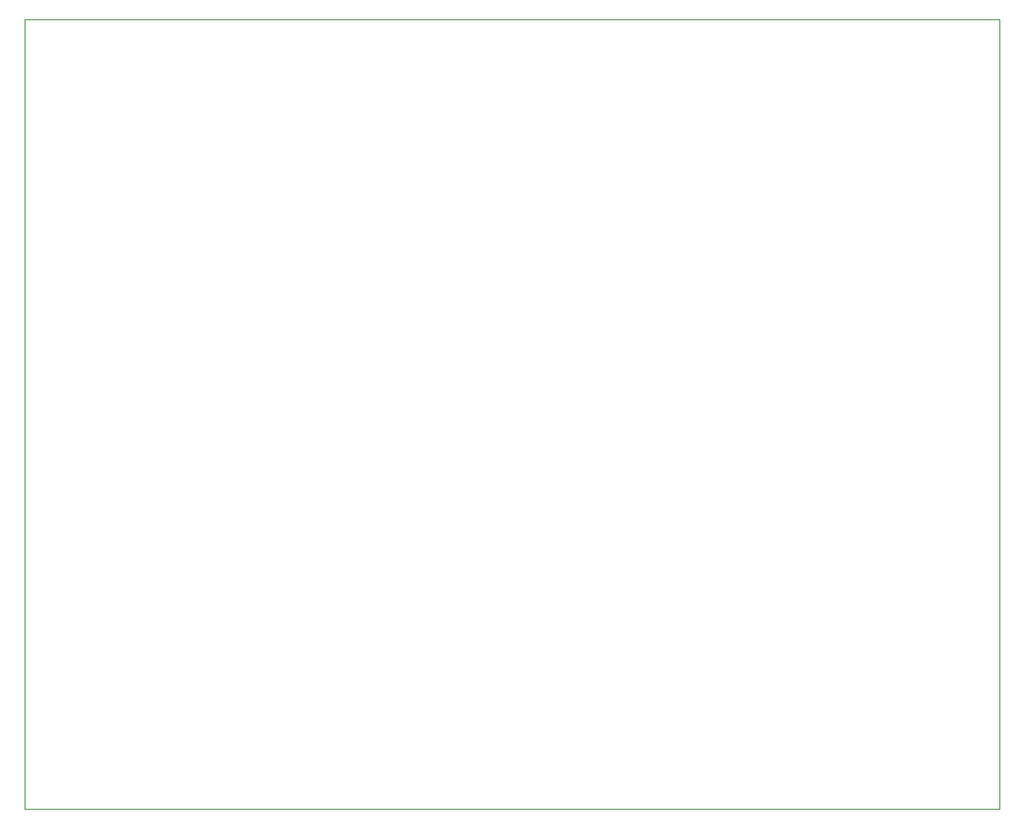
<source format=gbr>
%TF.GenerationSoftware,KiCad,Pcbnew,5.1.5+dfsg1-2build2*%
%TF.CreationDate,2021-12-31T02:56:54+01:00*%
%TF.ProjectId,chip-breakout,63686970-2d62-4726-9561-6b6f75742e6b,rev?*%
%TF.SameCoordinates,Original*%
%TF.FileFunction,Profile,NP*%
%FSLAX46Y46*%
G04 Gerber Fmt 4.6, Leading zero omitted, Abs format (unit mm)*
G04 Created by KiCad (PCBNEW 5.1.5+dfsg1-2build2) date 2021-12-31 02:56:54*
%MOMM*%
%LPD*%
G04 APERTURE LIST*
%ADD10C,0.050000*%
G04 APERTURE END LIST*
D10*
X49530000Y-26670000D02*
X49530000Y-102870000D01*
X143510000Y-26670000D02*
X49530000Y-26670000D01*
X143510000Y-102870000D02*
X143510000Y-26670000D01*
X49530000Y-102870000D02*
X143510000Y-102870000D01*
M02*

</source>
